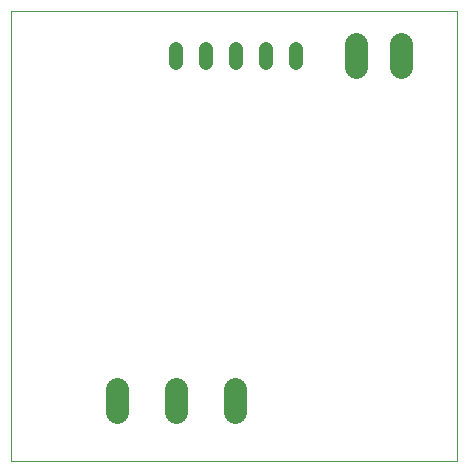
<source format=gbs>
G75*
%MOIN*%
%OFA0B0*%
%FSLAX25Y25*%
%IPPOS*%
%LPD*%
%AMOC8*
5,1,8,0,0,1.08239X$1,22.5*
%
%ADD10C,0.00000*%
%ADD11C,0.04800*%
%ADD12C,0.07800*%
D10*
X0001800Y0001800D02*
X0001800Y0151761D01*
X0150501Y0151761D01*
X0150501Y0001800D01*
X0001800Y0001800D01*
D11*
X0056800Y0134400D02*
X0056800Y0139200D01*
X0066800Y0139200D02*
X0066800Y0134400D01*
X0076800Y0134400D02*
X0076800Y0139200D01*
X0086800Y0139200D02*
X0086800Y0134400D01*
X0096800Y0134400D02*
X0096800Y0139200D01*
D12*
X0116800Y0140700D02*
X0116800Y0132900D01*
X0131800Y0132900D02*
X0131800Y0140700D01*
X0076500Y0025700D02*
X0076500Y0017900D01*
X0056800Y0017900D02*
X0056800Y0025700D01*
X0037100Y0025700D02*
X0037100Y0017900D01*
M02*

</source>
